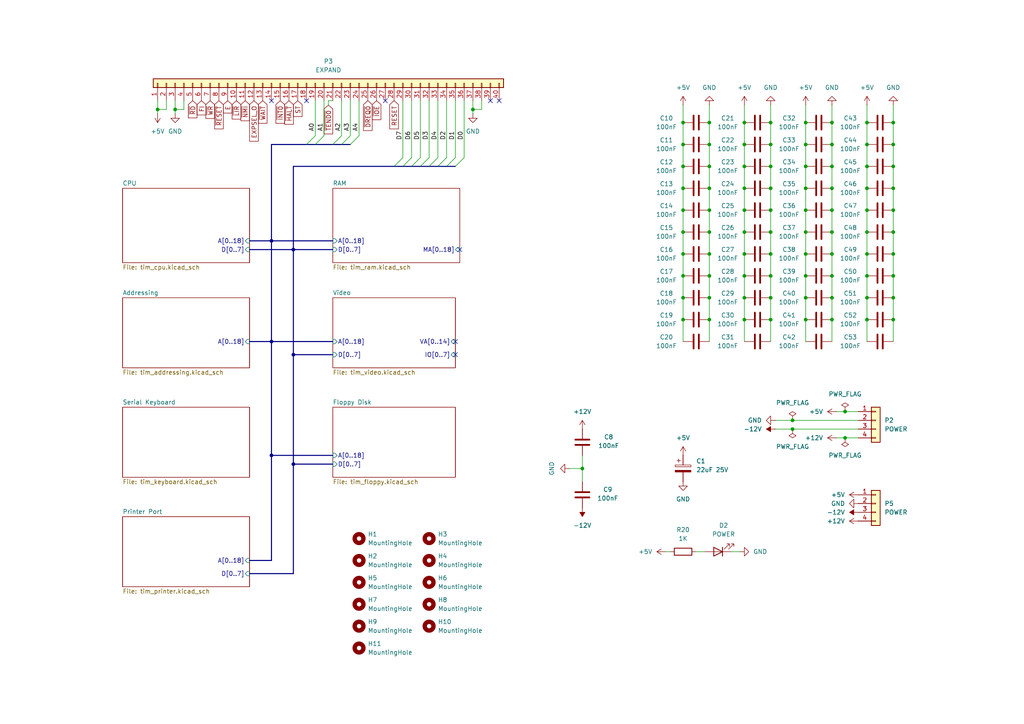
<source format=kicad_sch>
(kicad_sch (version 20231120) (generator "eeschema") (generator_version "8.0")
  (paper "A4")
  (lib_symbols
    (symbol "Connector_Generic:Conn_01x04" (pin_names (offset 1.016) hide)
      (property "Reference" "J" (at 0 5.08 0))
      (property "Value" "Conn_01x04" (at 0 -7.62 0))
      (symbol "Conn_01x04_1_1"
        (pin passive line (at -5.08 2.54 0) (length 3.81) (name "Pin_1") (number "1"))
        (pin passive line (at -5.08 0 0) (length 3.81) (name "Pin_2") (number "2"))
        (pin passive line (at -5.08 -2.54 0) (length 3.81) (name "Pin_3") (number "3"))
        (pin passive line (at -5.08 -5.08 0) (length 3.81) (name "Pin_4") (number "4"))
      )
    )
    (symbol "Connector_Generic:Conn_01x40" (pin_names (offset 1.016) hide)
      (property "Reference" "J" (at 0 50.8 0))
      (property "Value" "Conn_01x40" (at 0 -53.34 0))
      (symbol "Conn_01x40_1_1"
        (pin passive line (at -5.08 48.26 0) (length 3.81) (name "Pin_1") (number "1"))
        (pin passive line (at -5.08 25.4 0) (length 3.81) (name "Pin_10") (number "10"))
        (pin passive line (at -5.08 22.86 0) (length 3.81) (name "Pin_11") (number "11"))
        (pin passive line (at -5.08 20.32 0) (length 3.81) (name "Pin_12") (number "12"))
        (pin passive line (at -5.08 17.78 0) (length 3.81) (name "Pin_13") (number "13"))
        (pin passive line (at -5.08 15.24 0) (length 3.81) (name "Pin_14") (number "14"))
        (pin passive line (at -5.08 12.7 0) (length 3.81) (name "Pin_15") (number "15"))
        (pin passive line (at -5.08 10.16 0) (length 3.81) (name "Pin_16") (number "16"))
        (pin passive line (at -5.08 7.62 0) (length 3.81) (name "Pin_17") (number "17"))
        (pin passive line (at -5.08 5.08 0) (length 3.81) (name "Pin_18") (number "18"))
        (pin passive line (at -5.08 2.54 0) (length 3.81) (name "Pin_19") (number "19"))
        (pin passive line (at -5.08 45.72 0) (length 3.81) (name "Pin_2") (number "2"))
        (pin passive line (at -5.08 0 0) (length 3.81) (name "Pin_20") (number "20"))
        (pin passive line (at -5.08 -2.54 0) (length 3.81) (name "Pin_21") (number "21"))
        (pin passive line (at -5.08 -5.08 0) (length 3.81) (name "Pin_22") (number "22"))
        (pin passive line (at -5.08 -7.62 0) (length 3.81) (name "Pin_23") (number "23"))
        (pin passive line (at -5.08 -10.16 0) (length 3.81) (name "Pin_24") (number "24"))
        (pin passive line (at -5.08 -12.7 0) (length 3.81) (name "Pin_25") (number "25"))
        (pin passive line (at -5.08 -15.24 0) (length 3.81) (name "Pin_26") (number "26"))
        (pin passive line (at -5.08 -17.78 0) (length 3.81) (name "Pin_27") (number "27"))
        (pin passive line (at -5.08 -20.32 0) (length 3.81) (name "Pin_28") (number "28"))
        (pin passive line (at -5.08 -22.86 0) (length 3.81) (name "Pin_29") (number "29"))
        (pin passive line (at -5.08 43.18 0) (length 3.81) (name "Pin_3") (number "3"))
        (pin passive line (at -5.08 -25.4 0) (length 3.81) (name "Pin_30") (number "30"))
        (pin passive line (at -5.08 -27.94 0) (length 3.81) (name "Pin_31") (number "31"))
        (pin passive line (at -5.08 -30.48 0) (length 3.81) (name "Pin_32") (number "32"))
        (pin passive line (at -5.08 -33.02 0) (length 3.81) (name "Pin_33") (number "33"))
        (pin passive line (at -5.08 -35.56 0) (length 3.81) (name "Pin_34") (number "34"))
        (pin passive line (at -5.08 -38.1 0) (length 3.81) (name "Pin_35") (number "35"))
        (pin passive line (at -5.08 -40.64 0) (length 3.81) (name "Pin_36") (number "36"))
        (pin passive line (at -5.08 -43.18 0) (length 3.81) (name "Pin_37") (number "37"))
        (pin passive line (at -5.08 -45.72 0) (length 3.81) (name "Pin_38") (number "38"))
        (pin passive line (at -5.08 -48.26 0) (length 3.81) (name "Pin_39") (number "39"))
        (pin passive line (at -5.08 40.64 0) (length 3.81) (name "Pin_4") (number "4"))
        (pin passive line (at -5.08 -50.8 0) (length 3.81) (name "Pin_40") (number "40"))
        (pin passive line (at -5.08 38.1 0) (length 3.81) (name "Pin_5") (number "5"))
        (pin passive line (at -5.08 35.56 0) (length 3.81) (name "Pin_6") (number "6"))
        (pin passive line (at -5.08 33.02 0) (length 3.81) (name "Pin_7") (number "7"))
        (pin passive line (at -5.08 30.48 0) (length 3.81) (name "Pin_8") (number "8"))
        (pin passive line (at -5.08 27.94 0) (length 3.81) (name "Pin_9") (number "9"))
      )
    )
    (symbol "Device:C" (pin_numbers hide) (pin_names (offset 0.254))
      (property "Reference" "C" (at 0.635 2.54 0))
      (property "Value" "C" (at 0.635 -2.54 0))
      (symbol "C_1_1"
        (pin passive line (at 0 3.81 270) (length 2.794) (name "~") (number "1"))
        (pin passive line (at 0 -3.81 90) (length 2.794) (name "~") (number "2"))
      )
    )
    (symbol "Device:C_Polarized" (pin_numbers hide) (pin_names (offset 0.254))
      (property "Reference" "C" (at 0.635 2.54 0))
      (property "Value" "C_Polarized" (at 0.635 -2.54 0))
      (symbol "C_Polarized_1_1"
        (pin passive line (at 0 3.81 270) (length 2.794) (name "~") (number "1"))
        (pin passive line (at 0 -3.81 90) (length 2.794) (name "~") (number "2"))
      )
    )
    (symbol "Device:LED" (pin_numbers hide) (pin_names (offset 1.016) hide)
      (property "Reference" "D" (at 0 2.54 0))
      (property "Value" "LED" (at 0 -2.54 0))
      (symbol "LED_1_1"
        (pin passive line (at -3.81 0 0) (length 2.54) (name "K") (number "1"))
        (pin passive line (at 3.81 0 180) (length 2.54) (name "A") (number "2"))
      )
    )
    (symbol "Device:R" (pin_numbers hide) (pin_names (offset 0))
      (property "Reference" "R" (at 2.032 0 90))
      (property "Value" "R" (at 0 0 90))
      (symbol "R_1_1"
        (pin passive line (at 0 3.81 270) (length 1.27) (name "~") (number "1"))
        (pin passive line (at 0 -3.81 90) (length 1.27) (name "~") (number "2"))
      )
    )
    (symbol "Mechanical:MountingHole" (pin_names (offset 1.016)) (exclude_from_sim yes) (in_bom no)
      (property "Reference" "H" (at 0 5.08 0))
      (property "Value" "MountingHole" (at 0 3.175 0))
    )
    (symbol "power:+12V" (power) (pin_numbers hide) (pin_names (offset 0) hide)
      (property "Value" "+12V" (at 0 3.556 0))
      (symbol "+12V_1_1"
        (pin power_in line (at 0 0 90) (length 0) (name "~") (number "1"))
      )
    )
    (symbol "power:+5V" (power) (pin_numbers hide) (pin_names (offset 0) hide)
      (property "Value" "+5V" (at 0 3.556 0))
      (symbol "+5V_1_1"
        (pin power_in line (at 0 0 90) (length 0) (name "~") (number "1"))
      )
    )
    (symbol "power:-12V" (power) (pin_numbers hide) (pin_names (offset 0) hide)
      (property "Value" "-12V" (at 0 3.556 0))
      (symbol "-12V_0_0"
        (pin power_in line (at 0 0 90) (length 0) (name "~") (number "1"))
      )
    )
    (symbol "power:GND" (power) (pin_numbers hide) (pin_names (offset 0) hide)
      (property "Value" "GND" (at 0 -3.81 0))
      (symbol "GND_1_1"
        (pin power_in line (at 0 0 270) (length 0) (name "~") (number "1"))
      )
    )
    (symbol "power:PWR_FLAG" (power) (pin_numbers hide) (pin_names (offset 0) hide)
      (property "Value" "PWR_FLAG" (at 0 3.81 0))
      (symbol "PWR_FLAG_0_0"
        (pin power_out line (at 0 0 90) (length 0) (name "~") (number "1"))
      )
    )
  )
  (junction (at 233.68 80.01))
  (junction (at 229.87 121.92))
  (junction (at 205.74 67.31))
  (junction (at 259.08 86.36))
  (junction (at 251.46 86.36))
  (junction (at 198.12 80.01))
  (junction (at 233.68 35.56))
  (junction (at 85.09 102.87))
  (junction (at 198.12 73.66))
  (junction (at 241.3 73.66))
  (junction (at 241.3 67.31))
  (junction (at 251.46 60.96))
  (junction (at 241.3 48.26))
  (junction (at 233.68 73.66))
  (junction (at 233.68 86.36))
  (junction (at 251.46 67.31))
  (junction (at 215.9 41.91))
  (junction (at 259.08 60.96))
  (junction (at 223.52 80.01))
  (junction (at 251.46 80.01))
  (junction (at 205.74 41.91))
  (junction (at 251.46 54.61))
  (junction (at 223.52 86.36))
  (junction (at 205.74 35.56))
  (junction (at 137.16 31.75))
  (junction (at 85.09 134.62))
  (junction (at 259.08 67.31))
  (junction (at 50.8 31.75))
  (junction (at 215.9 48.26))
  (junction (at 245.11 127))
  (junction (at 259.08 92.71))
  (junction (at 215.9 67.31))
  (junction (at 205.74 86.36))
  (junction (at 198.12 60.96))
  (junction (at 259.08 80.01))
  (junction (at 198.12 67.31))
  (junction (at 223.52 35.56))
  (junction (at 223.52 67.31))
  (junction (at 251.46 41.91))
  (junction (at 241.3 92.71))
  (junction (at 215.9 92.71))
  (junction (at 45.72 31.75))
  (junction (at 241.3 60.96))
  (junction (at 233.68 92.71))
  (junction (at 233.68 54.61))
  (junction (at 233.68 60.96))
  (junction (at 205.74 73.66))
  (junction (at 215.9 73.66))
  (junction (at 251.46 92.71))
  (junction (at 215.9 80.01))
  (junction (at 215.9 86.36))
  (junction (at 168.91 135.89))
  (junction (at 198.12 35.56))
  (junction (at 205.74 48.26))
  (junction (at 259.08 54.61))
  (junction (at 223.52 41.91))
  (junction (at 245.11 119.38))
  (junction (at 259.08 73.66))
  (junction (at 215.9 54.61))
  (junction (at 233.68 48.26))
  (junction (at 251.46 48.26))
  (junction (at 233.68 41.91))
  (junction (at 223.52 92.71))
  (junction (at 198.12 54.61))
  (junction (at 205.74 92.71))
  (junction (at 241.3 54.61))
  (junction (at 205.74 54.61))
  (junction (at 215.9 35.56))
  (junction (at 198.12 92.71))
  (junction (at 205.74 80.01))
  (junction (at 223.52 54.61))
  (junction (at 241.3 35.56))
  (junction (at 78.74 99.06))
  (junction (at 223.52 48.26))
  (junction (at 198.12 48.26))
  (junction (at 259.08 35.56))
  (junction (at 78.74 69.85))
  (junction (at 241.3 86.36))
  (junction (at 251.46 35.56))
  (junction (at 78.74 132.08))
  (junction (at 251.46 73.66))
  (junction (at 198.12 41.91))
  (junction (at 215.9 60.96))
  (junction (at 229.87 124.46))
  (junction (at 223.52 60.96))
  (junction (at 85.09 72.39))
  (junction (at 259.08 41.91))
  (junction (at 241.3 41.91))
  (junction (at 223.52 73.66))
  (junction (at 198.12 86.36))
  (junction (at 241.3 80.01))
  (junction (at 205.74 60.96))
  (junction (at 259.08 48.26))
  (junction (at 233.68 67.31))
  (no_connect (at 111.76 29.21))
  (no_connect (at 142.24 29.21))
  (no_connect (at 88.9 29.21))
  (no_connect (at 133.35 72.39))
  (no_connect (at 132.08 102.87))
  (no_connect (at 132.08 99.06))
  (no_connect (at 144.78 29.21))
  (no_connect (at 78.74 29.21))
  (bus_entry (at 88.9 41.91) (size 2.54 -2.54))
  (bus_entry (at 91.44 41.91) (size 2.54 -2.54))
  (bus_entry (at 121.92 48.26) (size 2.54 -2.54))
  (bus_entry (at 99.06 41.91) (size 2.54 -2.54))
  (bus_entry (at 129.54 48.26) (size 2.54 -2.54))
  (bus_entry (at 127 48.26) (size 2.54 -2.54))
  (bus_entry (at 101.6 41.91) (size 2.54 -2.54))
  (bus_entry (at 119.38 48.26) (size 2.54 -2.54))
  (bus_entry (at 114.3 48.26) (size 2.54 -2.54))
  (bus_entry (at 132.08 48.26) (size 2.54 -2.54))
  (bus_entry (at 124.46 48.26) (size 2.54 -2.54))
  (bus_entry (at 116.84 48.26) (size 2.54 -2.54))
  (bus_entry (at 96.52 41.91) (size 2.54 -2.54))
  (wire (pts (xy 233.68 80.01) (xy 233.68 86.36)))
  (wire (pts (xy 198.12 67.31) (xy 198.12 73.66)))
  (wire (pts (xy 205.74 92.71) (xy 205.74 99.06)))
  (bus (pts (xy 78.74 41.91) (xy 88.9 41.91)))
  (bus (pts (xy 129.54 48.26) (xy 132.08 48.26)))
  (wire (pts (xy 205.74 41.91) (xy 205.74 48.26)))
  (wire (pts (xy 229.87 124.46) (xy 248.92 124.46)))
  (wire (pts (xy 205.74 67.31) (xy 205.74 73.66)))
  (wire (pts (xy 251.46 30.48) (xy 251.46 35.56)))
  (wire (pts (xy 205.74 86.36) (xy 205.74 92.71)))
  (wire (pts (xy 245.11 127) (xy 248.92 127)))
  (wire (pts (xy 198.12 73.66) (xy 198.12 80.01)))
  (bus (pts (xy 119.38 48.26) (xy 121.92 48.26)))
  (wire (pts (xy 242.57 127) (xy 245.11 127)))
  (bus (pts (xy 96.52 41.91) (xy 99.06 41.91)))
  (wire (pts (xy 137.16 33.02) (xy 137.16 31.75)))
  (wire (pts (xy 251.46 92.71) (xy 251.46 99.06)))
  (bus (pts (xy 78.74 162.56) (xy 72.39 162.56)))
  (wire (pts (xy 259.08 92.71) (xy 259.08 99.06)))
  (wire (pts (xy 139.7 31.75) (xy 139.7 29.21)))
  (wire (pts (xy 198.12 80.01) (xy 198.12 86.36)))
  (wire (pts (xy 205.74 73.66) (xy 205.74 80.01)))
  (wire (pts (xy 137.16 31.75) (xy 137.16 29.21)))
  (bus (pts (xy 72.39 69.85) (xy 78.74 69.85)))
  (bus (pts (xy 96.52 132.08) (xy 78.74 132.08)))
  (wire (pts (xy 104.14 29.21) (xy 104.14 39.37)))
  (wire (pts (xy 214.63 160.02) (xy 212.09 160.02)))
  (wire (pts (xy 233.68 41.91) (xy 233.68 48.26)))
  (wire (pts (xy 198.12 35.56) (xy 198.12 41.91)))
  (wire (pts (xy 233.68 86.36) (xy 233.68 92.71)))
  (wire (pts (xy 215.9 30.48) (xy 215.9 35.56)))
  (wire (pts (xy 215.9 80.01) (xy 215.9 86.36)))
  (bus (pts (xy 91.44 41.91) (xy 96.52 41.91)))
  (wire (pts (xy 215.9 86.36) (xy 215.9 92.71)))
  (wire (pts (xy 215.9 67.31) (xy 215.9 73.66)))
  (wire (pts (xy 223.52 30.48) (xy 223.52 35.56)))
  (wire (pts (xy 224.79 124.46) (xy 229.87 124.46)))
  (wire (pts (xy 168.91 135.89) (xy 168.91 132.08)))
  (wire (pts (xy 251.46 48.26) (xy 251.46 54.61)))
  (wire (pts (xy 241.3 92.71) (xy 241.3 99.06)))
  (wire (pts (xy 215.9 35.56) (xy 215.9 41.91)))
  (wire (pts (xy 233.68 48.26) (xy 233.68 54.61)))
  (wire (pts (xy 251.46 67.31) (xy 251.46 73.66)))
  (wire (pts (xy 50.8 33.02) (xy 50.8 31.75)))
  (wire (pts (xy 198.12 60.96) (xy 198.12 67.31)))
  (wire (pts (xy 116.84 29.21) (xy 116.84 45.72)))
  (wire (pts (xy 251.46 41.91) (xy 251.46 48.26)))
  (bus (pts (xy 85.09 72.39) (xy 96.52 72.39)))
  (wire (pts (xy 251.46 73.66) (xy 251.46 80.01)))
  (wire (pts (xy 241.3 73.66) (xy 241.3 80.01)))
  (wire (pts (xy 259.08 30.48) (xy 259.08 35.56)))
  (wire (pts (xy 95.25 30.48) (xy 95.25 29.21)))
  (wire (pts (xy 93.98 29.21) (xy 93.98 39.37)))
  (wire (pts (xy 241.3 54.61) (xy 241.3 60.96)))
  (bus (pts (xy 85.09 72.39) (xy 85.09 102.87)))
  (wire (pts (xy 198.12 48.26) (xy 198.12 54.61)))
  (wire (pts (xy 205.74 48.26) (xy 205.74 54.61)))
  (wire (pts (xy 205.74 80.01) (xy 205.74 86.36)))
  (bus (pts (xy 88.9 41.91) (xy 91.44 41.91)))
  (wire (pts (xy 193.04 160.02) (xy 194.31 160.02)))
  (wire (pts (xy 134.62 29.21) (xy 134.62 45.72)))
  (wire (pts (xy 233.68 60.96) (xy 233.68 67.31)))
  (wire (pts (xy 198.12 86.36) (xy 198.12 92.71)))
  (wire (pts (xy 241.3 48.26) (xy 241.3 54.61)))
  (wire (pts (xy 233.68 73.66) (xy 233.68 80.01)))
  (wire (pts (xy 233.68 67.31) (xy 233.68 73.66)))
  (wire (pts (xy 101.6 29.21) (xy 101.6 39.37)))
  (wire (pts (xy 229.87 121.92) (xy 248.92 121.92)))
  (wire (pts (xy 241.3 30.48) (xy 241.3 35.56)))
  (wire (pts (xy 223.52 80.01) (xy 223.52 86.36)))
  (wire (pts (xy 119.38 29.21) (xy 119.38 45.72)))
  (wire (pts (xy 48.26 31.75) (xy 48.26 29.21)))
  (bus (pts (xy 78.74 99.06) (xy 72.39 99.06)))
  (wire (pts (xy 259.08 86.36) (xy 259.08 92.71)))
  (wire (pts (xy 241.3 67.31) (xy 241.3 73.66)))
  (wire (pts (xy 251.46 54.61) (xy 251.46 60.96)))
  (wire (pts (xy 241.3 35.56) (xy 241.3 41.91)))
  (wire (pts (xy 223.52 73.66) (xy 223.52 80.01)))
  (bus (pts (xy 124.46 48.26) (xy 127 48.26)))
  (wire (pts (xy 95.25 29.21) (xy 96.52 29.21)))
  (wire (pts (xy 205.74 60.96) (xy 205.74 67.31)))
  (bus (pts (xy 85.09 102.87) (xy 96.52 102.87)))
  (wire (pts (xy 129.54 29.21) (xy 129.54 45.72)))
  (wire (pts (xy 245.11 119.38) (xy 248.92 119.38)))
  (wire (pts (xy 205.74 35.56) (xy 205.74 41.91)))
  (wire (pts (xy 241.3 86.36) (xy 241.3 92.71)))
  (bus (pts (xy 85.09 134.62) (xy 85.09 166.37)))
  (wire (pts (xy 45.72 31.75) (xy 48.26 31.75)))
  (bus (pts (xy 85.09 48.26) (xy 114.3 48.26)))
  (wire (pts (xy 137.16 31.75) (xy 139.7 31.75)))
  (wire (pts (xy 45.72 33.02) (xy 45.72 31.75)))
  (wire (pts (xy 223.52 54.61) (xy 223.52 60.96)))
  (wire (pts (xy 198.12 92.71) (xy 198.12 99.06)))
  (wire (pts (xy 198.12 30.48) (xy 198.12 35.56)))
  (wire (pts (xy 198.12 41.91) (xy 198.12 48.26)))
  (wire (pts (xy 132.08 29.21) (xy 132.08 45.72)))
  (wire (pts (xy 50.8 31.75) (xy 53.34 31.75)))
  (wire (pts (xy 241.3 41.91) (xy 241.3 48.26)))
  (wire (pts (xy 233.68 35.56) (xy 233.68 41.91)))
  (wire (pts (xy 223.52 35.56) (xy 223.52 41.91)))
  (wire (pts (xy 127 29.21) (xy 127 45.72)))
  (wire (pts (xy 251.46 80.01) (xy 251.46 86.36)))
  (wire (pts (xy 259.08 60.96) (xy 259.08 67.31)))
  (wire (pts (xy 165.1 135.89) (xy 168.91 135.89)))
  (bus (pts (xy 85.09 72.39) (xy 85.09 48.26)))
  (wire (pts (xy 233.68 92.71) (xy 233.68 99.06)))
  (wire (pts (xy 259.08 48.26) (xy 259.08 54.61)))
  (bus (pts (xy 78.74 69.85) (xy 96.52 69.85)))
  (wire (pts (xy 50.8 31.75) (xy 50.8 29.21)))
  (bus (pts (xy 114.3 48.26) (xy 116.84 48.26)))
  (wire (pts (xy 198.12 54.61) (xy 198.12 60.96)))
  (wire (pts (xy 205.74 54.61) (xy 205.74 60.96)))
  (bus (pts (xy 85.09 166.37) (xy 72.39 166.37)))
  (bus (pts (xy 121.92 48.26) (xy 124.46 48.26)))
  (wire (pts (xy 91.44 29.21) (xy 91.44 39.37)))
  (wire (pts (xy 215.9 41.91) (xy 215.9 48.26)))
  (bus (pts (xy 99.06 41.91) (xy 101.6 41.91)))
  (bus (pts (xy 78.74 69.85) (xy 78.74 41.91)))
  (wire (pts (xy 204.47 160.02) (xy 201.93 160.02)))
  (wire (pts (xy 259.08 80.01) (xy 259.08 86.36)))
  (bus (pts (xy 116.84 48.26) (xy 119.38 48.26)))
  (wire (pts (xy 223.52 92.71) (xy 223.52 99.06)))
  (wire (pts (xy 215.9 73.66) (xy 215.9 80.01)))
  (wire (pts (xy 259.08 73.66) (xy 259.08 80.01)))
  (wire (pts (xy 99.06 29.21) (xy 99.06 39.37)))
  (wire (pts (xy 205.74 30.48) (xy 205.74 35.56)))
  (wire (pts (xy 251.46 35.56) (xy 251.46 41.91)))
  (wire (pts (xy 45.72 31.75) (xy 45.72 29.21)))
  (wire (pts (xy 53.34 31.75) (xy 53.34 29.21)))
  (bus (pts (xy 72.39 72.39) (xy 85.09 72.39)))
  (bus (pts (xy 78.74 132.08) (xy 78.74 162.56)))
  (wire (pts (xy 259.08 54.61) (xy 259.08 60.96)))
  (wire (pts (xy 223.52 60.96) (xy 223.52 67.31)))
  (bus (pts (xy 127 48.26) (xy 129.54 48.26)))
  (bus (pts (xy 96.52 99.06) (xy 78.74 99.06)))
  (wire (pts (xy 259.08 41.91) (xy 259.08 48.26)))
  (wire (pts (xy 233.68 30.48) (xy 233.68 35.56)))
  (bus (pts (xy 78.74 69.85) (xy 78.74 99.06)))
  (wire (pts (xy 223.52 67.31) (xy 223.52 73.66)))
  (bus (pts (xy 85.09 134.62) (xy 96.52 134.62)))
  (wire (pts (xy 124.46 29.21) (xy 124.46 45.72)))
  (bus (pts (xy 85.09 102.87) (xy 85.09 134.62)))
  (wire (pts (xy 251.46 60.96) (xy 251.46 67.31)))
  (wire (pts (xy 215.9 60.96) (xy 215.9 67.31)))
  (bus (pts (xy 78.74 132.08) (xy 78.74 99.06)))
  (wire (pts (xy 259.08 67.31) (xy 259.08 73.66)))
  (wire (pts (xy 242.57 119.38) (xy 245.11 119.38)))
  (wire (pts (xy 215.9 48.26) (xy 215.9 54.61)))
  (wire (pts (xy 215.9 92.71) (xy 215.9 99.06)))
  (wire (pts (xy 259.08 35.56) (xy 259.08 41.91)))
  (wire (pts (xy 223.52 48.26) (xy 223.52 54.61)))
  (wire (pts (xy 241.3 80.01) (xy 241.3 86.36)))
  (wire (pts (xy 251.46 86.36) (xy 251.46 92.71)))
  (wire (pts (xy 241.3 60.96) (xy 241.3 67.31)))
  (wire (pts (xy 224.79 121.92) (xy 229.87 121.92)))
  (wire (pts (xy 215.9 54.61) (xy 215.9 60.96)))
  (wire (pts (xy 223.52 86.36) (xy 223.52 92.71)))
  (wire (pts (xy 233.68 54.61) (xy 233.68 60.96)))
  (wire (pts (xy 168.91 135.89) (xy 168.91 139.7)))
  (wire (pts (xy 121.92 29.21) (xy 121.92 45.72)))
  (wire (pts (xy 223.52 41.91) (xy 223.52 48.26)))
  (label "D2" (at 129.54 40.64 90))
  (label "D0" (at 134.62 40.64 90))
  (label "A0" (at 91.44 38.1 90))
  (label "D6" (at 119.38 40.64 90))
  (label "D4" (at 127 40.64 90))
  (label "D1" (at 132.08 40.64 90))
  (label "D7" (at 116.84 40.64 90))
  (label "D5" (at 121.92 40.64 90))
  (label "A1" (at 93.98 38.1 90))
  (label "A2" (at 99.06 38.1 90))
  (label "D3" (at 124.46 40.64 90))
  (label "A3" (at 101.6 38.1 90))
  (label "A4" (at 104.14 38.1 90))
  (global_label "RESET" (shape input) (at 114.3 29.21 270) (property "Intersheetrefs" "${INTERSHEET_REFS}" (effects (hide yes))))
  (global_label "~{WR}" (shape input) (at 60.96 29.21 270) (property "Intersheetrefs" "${INTERSHEET_REFS}" (effects (hide yes))))
  (global_label "~{IOE}" (shape input) (at 109.22 29.21 270) (property "Intersheetrefs" "${INTERSHEET_REFS}" (effects (hide yes))))
  (global_label "~{DREQ0}" (shape input) (at 106.68 29.21 270) (property "Intersheetrefs" "${INTERSHEET_REFS}" (effects (hide yes))))
  (global_label "ST" (shape input) (at 86.36 29.21 270) (property "Intersheetrefs" "${INTERSHEET_REFS}" (effects (hide yes))))
  (global_label "FI" (shape input) (at 58.42 29.21 270) (property "Intersheetrefs" "${INTERSHEET_REFS}" (effects (hide yes))))
  (global_label "EXPSEL_O" (shape input) (at 73.66 29.21 270) (property "Intersheetrefs" "${INTERSHEET_REFS}" (effects (hide yes))))
  (global_label "~{WAIT}" (shape input) (at 76.2 29.21 270) (property "Intersheetrefs" "${INTERSHEET_REFS}" (effects (hide yes))))
  (global_label "~{INT0}" (shape input) (at 81.28 29.21 270) (property "Intersheetrefs" "${INTERSHEET_REFS}" (effects (hide yes))))
  (global_label "~{TEND0}" (shape input) (at 95.25 30.48 270) (property "Intersheetrefs" "${INTERSHEET_REFS}" (effects (hide yes))))
  (global_label "~{LIR}" (shape input) (at 68.58 29.21 270) (property "Intersheetrefs" "${INTERSHEET_REFS}" (effects (hide yes))))
  (global_label "~{NMI}" (shape input) (at 71.12 29.21 270) (property "Intersheetrefs" "${INTERSHEET_REFS}" (effects (hide yes))))
  (global_label "~{RD}" (shape input) (at 55.88 29.21 270) (property "Intersheetrefs" "${INTERSHEET_REFS}" (effects (hide yes))))
  (global_label "~{RESET}" (shape input) (at 63.5 29.21 270) (property "Intersheetrefs" "${INTERSHEET_REFS}" (effects (hide yes))))
  (global_label "E" (shape input) (at 66.04 29.21 270) (property "Intersheetrefs" "${INTERSHEET_REFS}" (effects (hide yes))))
  (global_label "~{HALT}" (shape input) (at 83.82 29.21 270) (property "Intersheetrefs" "${INTERSHEET_REFS}" (effects (hide yes))))
  (symbol (lib_id "power:+5V") (at 198.12 132.08 0) (unit 1)
    (property "Reference" "#PWR0168" (effects (hide yes)))
    (property "Value" "+5V" (at 198.12 127 0))
    (property "Description" "Power symbol creates a global label with name \"+5V\"" (effects (hide yes)))
  )
  (symbol (lib_id "power:GND") (at 165.1 135.89 270) (unit 1)
    (property "Reference" "#PWR0171" (effects (hide yes)))
    (property "Value" "GND" (at 160.02 135.89 0))
    (property "Description" "Power symbol creates a global label with name \"GND\" , ground" (effects (hide yes)))
  )
  (symbol (lib_id "Device:C") (at 255.27 48.26 90) (unit 1)
    (property "Reference" "C45" (at 246.634 46.99 90))
    (property "Value" "100nF" (at 246.634 49.53 90))
    (property "Footprint" "011TIM:Ceramic Capacitor 7.50mm Alt" (effects (hide yes)))
    (property "Description" "Unpolarized capacitor" (effects (hide yes)))
  )
  (symbol (lib_id "Device:C") (at 237.49 80.01 90) (unit 1)
    (property "Reference" "C39" (at 228.854 78.74 90))
    (property "Value" "100nF" (at 228.854 81.28 90))
    (property "Footprint" "011TIM:Ceramic Capacitor 7.50mm" (effects (hide yes)))
    (property "Description" "Unpolarized capacitor" (effects (hide yes)))
  )
  (symbol (lib_id "power:-12V") (at 168.91 147.32 180) (unit 1)
    (property "Reference" "#PWR0172" (effects (hide yes)))
    (property "Value" "-12V" (at 168.91 152.4 0))
    (property "Description" "Power symbol creates a global label with name \"-12V\"" (effects (hide yes)))
  )
  (symbol (lib_id "Device:C") (at 237.49 60.96 90) (unit 1)
    (property "Reference" "C36" (at 228.854 59.69 90))
    (property "Value" "100nF" (at 228.854 62.23 90))
    (property "Footprint" "011TIM:Ceramic Capacitor 7.50mm Alt" (effects (hide yes)))
    (property "Description" "Unpolarized capacitor" (effects (hide yes)))
  )
  (symbol (lib_id "power:+5V") (at 248.92 143.51 90) (unit 1)
    (property "Reference" "#PWR0180" (effects (hide yes)))
    (property "Value" "+5V" (at 245.11 143.5099 90) (effects (justify left)))
    (property "Description" "Power symbol creates a global label with name \"+5V\"" (effects (hide yes)))
  )
  (symbol (lib_id "power:GND") (at 50.8 33.02 0) (unit 1)
    (property "Reference" "#PWR042" (effects (hide yes)))
    (property "Value" "GND" (at 50.8 38.1 0))
    (property "Description" "Power symbol creates a global label with name \"GND\" , ground" (effects (hide yes)))
  )
  (symbol (lib_id "power:+5V") (at 45.72 33.02 180) (unit 1)
    (property "Reference" "#PWR043" (effects (hide yes)))
    (property "Value" "+5V" (at 45.72 38.1 0))
    (property "Description" "Power symbol creates a global label with name \"+5V\"" (effects (hide yes)))
  )
  (symbol (lib_id "Device:C") (at 219.71 67.31 90) (unit 1)
    (property "Reference" "C26" (at 211.074 66.04 90))
    (property "Value" "100nF" (at 211.074 68.58 90))
    (property "Footprint" "011TIM:Ceramic Capacitor 7.50mm" (effects (hide yes)))
    (property "Description" "Unpolarized capacitor" (effects (hide yes)))
  )
  (symbol (lib_id "power:GND") (at 241.3 30.48 180) (unit 1)
    (property "Reference" "#PWR0165" (effects (hide yes)))
    (property "Value" "GND" (at 241.3 25.4 0))
    (property "Description" "Power symbol creates a global label with name \"GND\" , ground" (effects (hide yes)))
  )
  (symbol (lib_id "Device:C") (at 237.49 73.66 90) (unit 1)
    (property "Reference" "C38" (at 228.854 72.39 90))
    (property "Value" "100nF" (at 228.854 74.93 90))
    (property "Footprint" "011TIM:Ceramic Capacitor 7.50mm" (effects (hide yes)))
    (property "Description" "Unpolarized capacitor" (effects (hide yes)))
  )
  (symbol (lib_id "power:GND") (at 198.12 139.7 0) (unit 1)
    (property "Reference" "#PWR0169" (effects (hide yes)))
    (property "Value" "GND" (at 198.12 144.78 0))
    (property "Description" "Power symbol creates a global label with name \"GND\" , ground" (effects (hide yes)))
  )
  (symbol (lib_id "Device:C") (at 168.91 143.51 0) (unit 1)
    (property "Reference" "C9" (at 176.276 141.986 0))
    (property "Value" "100nF" (at 176.276 144.526 0))
    (property "Footprint" "011TIM:Ceramic Capacitor 7.50mm" (effects (hide yes)))
    (property "Description" "Unpolarized capacitor" (effects (hide yes)))
  )
  (symbol (lib_id "Device:C") (at 219.71 99.06 90) (unit 1)
    (property "Reference" "C31" (at 211.074 97.79 90))
    (property "Value" "100nF" (at 211.074 100.33 90))
    (property "Footprint" "011TIM:Ceramic Capacitor 7.50mm" (effects (hide yes)))
    (property "Description" "Unpolarized capacitor" (effects (hide yes)))
  )
  (symbol (lib_id "Device:C") (at 201.93 67.31 90) (unit 1)
    (property "Reference" "C15" (at 193.294 66.04 90))
    (property "Value" "100nF" (at 193.294 68.58 90))
    (property "Footprint" "011TIM:Ceramic Capacitor 7.50mm" (effects (hide yes)))
    (property "Description" "Unpolarized capacitor" (effects (hide yes)))
  )
  (symbol (lib_id "Device:C") (at 237.49 86.36 90) (unit 1)
    (property "Reference" "C40" (at 228.854 85.09 90))
    (property "Value" "100nF" (at 228.854 87.63 90))
    (property "Footprint" "011TIM:Ceramic Capacitor 7.50mm" (effects (hide yes)))
    (property "Description" "Unpolarized capacitor" (effects (hide yes)))
  )
  (symbol (lib_id "Connector_Generic:Conn_01x04") (at 254 146.05 0) (unit 1)
    (property "Reference" "P5" (at 256.54 146.0499 0) (effects (justify left)))
    (property "Value" "POWER" (at 256.54 148.5899 0) (effects (justify left)))
    (property "Footprint" "011TIM:3.96mm Header 4-Pin Edge" (effects (hide yes)))
    (property "Description" "Generic connector, single row, 01x04, script generated (kicad-library-utils/schlib/autogen/connector/)" (effects (hide yes)))
  )
  (symbol (lib_id "Mechanical:MountingHole") (at 104.14 156.21 0) (unit 1) (exclude_from_sim yes) (in_bom no)
    (property "Reference" "H1" (at 106.68 154.9399 0) (effects (justify left)))
    (property "Value" "MountingHole" (at 106.68 157.4799 0) (effects (justify left)))
    (property "Footprint" "011TIM:MountingHole_M2.5" (effects (hide yes)))
    (property "Description" "Mounting Hole without connection" (effects (hide yes)))
  )
  (symbol (lib_id "Device:C") (at 201.93 54.61 90) (unit 1)
    (property "Reference" "C13" (at 193.294 53.34 90))
    (property "Value" "100nF" (at 193.294 55.88 90))
    (property "Footprint" "011TIM:Ceramic Capacitor 7.50mm" (effects (hide yes)))
    (property "Description" "Unpolarized capacitor" (effects (hide yes)))
  )
  (symbol (lib_id "power:PWR_FLAG") (at 245.11 127 180) (unit 1)
    (property "Reference" "#FLG04" (effects (hide yes)))
    (property "Value" "PWR_FLAG" (at 245.11 132.08 0))
    (property "Description" "Special symbol for telling ERC where power comes from" (effects (hide yes)))
  )
  (symbol (lib_id "Connector_Generic:Conn_01x04") (at 254 121.92 0) (unit 1)
    (property "Reference" "P2" (at 256.54 121.9199 0) (effects (justify left)))
    (property "Value" "POWER" (at 256.54 124.4599 0) (effects (justify left)))
    (property "Footprint" "011TIM:P2" (effects (hide yes)))
    (property "Description" "Generic connector, single row, 01x04, script generated (kicad-library-utils/schlib/autogen/connector/)" (effects (hide yes)))
  )
  (symbol (lib_id "Device:C") (at 237.49 92.71 90) (unit 1)
    (property "Reference" "C41" (at 228.854 91.44 90))
    (property "Value" "100nF" (at 228.854 93.98 90))
    (property "Footprint" "011TIM:Ceramic Capacitor 7.50mm" (effects (hide yes)))
    (property "Description" "Unpolarized capacitor" (effects (hide yes)))
  )
  (symbol (lib_id "Device:C") (at 219.71 60.96 90) (unit 1)
    (property "Reference" "C25" (at 211.074 59.69 90))
    (property "Value" "100nF" (at 211.074 62.23 90))
    (property "Footprint" "011TIM:Ceramic Capacitor 7.50mm" (effects (hide yes)))
    (property "Description" "Unpolarized capacitor" (effects (hide yes)))
  )
  (symbol (lib_id "Device:C") (at 219.71 48.26 90) (unit 1)
    (property "Reference" "C23" (at 211.074 46.99 90))
    (property "Value" "100nF" (at 211.074 49.53 90))
    (property "Footprint" "011TIM:Ceramic Capacitor 7.50mm" (effects (hide yes)))
    (property "Description" "Unpolarized capacitor" (effects (hide yes)))
  )
  (symbol (lib_id "Device:C") (at 255.27 99.06 90) (unit 1)
    (property "Reference" "C53" (at 246.634 97.79 90))
    (property "Value" "100nF" (at 246.634 100.33 90))
    (property "Footprint" "011TIM:Ceramic Capacitor 7.50mm" (effects (hide yes)))
    (property "Description" "Unpolarized capacitor" (effects (hide yes)))
  )
  (symbol (lib_id "power:+5V") (at 242.57 119.38 90) (unit 1)
    (property "Reference" "#PWR0174" (effects (hide yes)))
    (property "Value" "+5V" (at 238.76 119.3799 90) (effects (justify left)))
    (property "Description" "Power symbol creates a global label with name \"+5V\"" (effects (hide yes)))
  )
  (symbol (lib_id "Device:C") (at 255.27 60.96 90) (unit 1)
    (property "Reference" "C47" (at 246.634 59.69 90))
    (property "Value" "100nF" (at 246.634 62.23 90))
    (property "Footprint" "011TIM:Ceramic Capacitor 7.50mm Alt" (effects (hide yes)))
    (property "Description" "Unpolarized capacitor" (effects (hide yes)))
  )
  (symbol (lib_id "power:+12V") (at 168.91 124.46 0) (unit 1)
    (property "Reference" "#PWR0170" (effects (hide yes)))
    (property "Value" "+12V" (at 168.91 119.38 0))
    (property "Description" "Power symbol creates a global label with name \"+12V\"" (effects (hide yes)))
  )
  (symbol (lib_id "Mechanical:MountingHole") (at 104.14 181.61 0) (unit 1) (exclude_from_sim yes) (in_bom no)
    (property "Reference" "H9" (at 106.68 180.3399 0) (effects (justify left)))
    (property "Value" "MountingHole" (at 106.68 182.8799 0) (effects (justify left)))
    (property "Footprint" "011TIM:MountingHole_M2.5" (effects (hide yes)))
    (property "Description" "Mounting Hole without connection" (effects (hide yes)))
  )
  (symbol (lib_id "Device:C") (at 237.49 67.31 90) (unit 1)
    (property "Reference" "C37" (at 228.854 66.04 90))
    (property "Value" "100nF" (at 228.854 68.58 90))
    (property "Footprint" "011TIM:Ceramic Capacitor 7.50mm Alt" (effects (hide yes)))
    (property "Description" "Unpolarized capacitor" (effects (hide yes)))
  )
  (symbol (lib_id "Device:C") (at 201.93 48.26 90) (unit 1)
    (property "Reference" "C12" (at 193.294 46.99 90))
    (property "Value" "100nF" (at 193.294 49.53 90))
    (property "Footprint" "011TIM:Ceramic Capacitor 7.50mm" (effects (hide yes)))
    (property "Description" "Unpolarized capacitor" (effects (hide yes)))
  )
  (symbol (lib_id "power:+12V") (at 242.57 127 90) (unit 1)
    (property "Reference" "#PWR0175" (effects (hide yes)))
    (property "Value" "+12V" (at 238.76 126.9999 90) (effects (justify left)))
    (property "Description" "Power symbol creates a global label with name \"+12V\"" (effects (hide yes)))
  )
  (symbol (lib_id "power:+5V") (at 251.46 30.48 0) (unit 1)
    (property "Reference" "#PWR0166" (effects (hide yes)))
    (property "Value" "+5V" (at 251.46 25.4 0))
    (property "Description" "Power symbol creates a global label with name \"+5V\"" (effects (hide yes)))
  )
  (symbol (lib_id "Device:C") (at 219.71 41.91 90) (unit 1)
    (property "Reference" "C22" (at 211.074 40.64 90))
    (property "Value" "100nF" (at 211.074 43.18 90))
    (property "Footprint" "011TIM:Ceramic Capacitor 7.50mm" (effects (hide yes)))
    (property "Description" "Unpolarized capacitor" (effects (hide yes)))
  )
  (symbol (lib_id "Device:LED") (at 208.28 160.02 180) (unit 1)
    (property "Reference" "D2" (at 209.8675 152.4 0))
    (property "Value" "POWER" (at 209.8675 154.94 0))
    (property "Footprint" "LED_THT:LED_D3.0mm" (effects (hide yes)))
    (property "Description" "Light emitting diode" (effects (hide yes)))
  )
  (symbol (lib_id "power:-12V") (at 248.92 148.59 90) (unit 1)
    (property "Reference" "#PWR0179" (effects (hide yes)))
    (property "Value" "-12V" (at 245.11 148.5899 90) (effects (justify left)))
    (property "Description" "Power symbol creates a global label with name \"-12V\"" (effects (hide yes)))
  )
  (symbol (lib_id "Device:C") (at 168.91 128.27 0) (unit 1)
    (property "Reference" "C8" (at 176.53 126.746 0))
    (property "Value" "100nF" (at 176.53 129.286 0))
    (property "Footprint" "011TIM:Ceramic Capacitor 7.50mm" (effects (hide yes)))
    (property "Description" "Unpolarized capacitor" (effects (hide yes)))
  )
  (symbol (lib_id "Device:C") (at 219.71 86.36 90) (unit 1)
    (property "Reference" "C29" (at 211.074 85.09 90))
    (property "Value" "100nF" (at 211.074 87.63 90))
    (property "Footprint" "011TIM:Ceramic Capacitor 7.50mm" (effects (hide yes)))
    (property "Description" "Unpolarized capacitor" (effects (hide yes)))
  )
  (symbol (lib_id "Device:C") (at 255.27 41.91 90) (unit 1)
    (property "Reference" "C44" (at 246.634 40.64 90))
    (property "Value" "100nF" (at 246.634 43.18 90))
    (property "Footprint" "011TIM:Ceramic Capacitor 7.50mm" (effects (hide yes)))
    (property "Description" "Unpolarized capacitor" (effects (hide yes)))
  )
  (symbol (lib_id "Mechanical:MountingHole") (at 104.14 162.56 0) (unit 1) (exclude_from_sim yes) (in_bom no)
    (property "Reference" "H2" (at 106.68 161.2899 0) (effects (justify left)))
    (property "Value" "MountingHole" (at 106.68 163.8299 0) (effects (justify left)))
    (property "Footprint" "011TIM:MountingHole_M2.5" (effects (hide yes)))
    (property "Description" "Mounting Hole without connection" (effects (hide yes)))
  )
  (symbol (lib_id "Device:C") (at 201.93 41.91 90) (unit 1)
    (property "Reference" "C11" (at 193.294 40.64 90))
    (property "Value" "100nF" (at 193.294 43.18 90))
    (property "Footprint" "011TIM:Ceramic Capacitor 7.50mm" (effects (hide yes)))
    (property "Description" "Unpolarized capacitor" (effects (hide yes)))
  )
  (symbol (lib_id "Mechanical:MountingHole") (at 124.46 181.61 0) (unit 1) (exclude_from_sim yes) (in_bom no)
    (property "Reference" "H10" (at 127 180.3399 0) (effects (justify left)))
    (property "Value" "MountingHole" (at 127 182.8799 0) (effects (justify left)))
    (property "Footprint" "011TIM:MountingHole_M2.5" (effects (hide yes)))
    (property "Description" "Mounting Hole without connection" (effects (hide yes)))
  )
  (symbol (lib_id "power:GND") (at 248.92 146.05 270) (unit 1)
    (property "Reference" "#PWR0178" (effects (hide yes)))
    (property "Value" "GND" (at 245.11 146.0499 90) (effects (justify right)))
    (property "Description" "Power symbol creates a global label with name \"GND\" , ground" (effects (hide yes)))
  )
  (symbol (lib_id "power:GND") (at 259.08 30.48 180) (unit 1)
    (property "Reference" "#PWR0167" (effects (hide yes)))
    (property "Value" "GND" (at 259.08 25.4 0))
    (property "Description" "Power symbol creates a global label with name \"GND\" , ground" (effects (hide yes)))
  )
  (symbol (lib_id "Mechanical:MountingHole") (at 124.46 156.21 0) (unit 1) (exclude_from_sim yes) (in_bom no)
    (property "Reference" "H3" (at 127 154.9399 0) (effects (justify left)))
    (property "Value" "MountingHole" (at 127 157.4799 0) (effects (justify left)))
    (property "Footprint" "011TIM:MountingHole_M2.5" (effects (hide yes)))
    (property "Description" "Mounting Hole without connection" (effects (hide yes)))
  )
  (symbol (lib_id "Device:C") (at 219.71 54.61 90) (unit 1)
    (property "Reference" "C24" (at 211.074 53.34 90))
    (property "Value" "100nF" (at 211.074 55.88 90))
    (property "Footprint" "011TIM:Ceramic Capacitor 7.50mm" (effects (hide yes)))
    (property "Description" "Unpolarized capacitor" (effects (hide yes)))
  )
  (symbol (lib_id "Device:R") (at 198.12 160.02 90) (unit 1)
    (property "Reference" "R20" (at 198.12 153.67 90))
    (property "Value" "1K" (at 198.12 156.21 90))
    (property "Footprint" "011TIM:Resistor 12.7mm" (effects (hide yes)))
    (property "Description" "Resistor" (effects (hide yes)))
  )
  (symbol (lib_id "Device:C") (at 201.93 73.66 90) (unit 1)
    (property "Reference" "C16" (at 193.294 72.39 90))
    (property "Value" "100nF" (at 193.294 74.93 90))
    (property "Footprint" "011TIM:Ceramic Capacitor 7.50mm" (effects (hide yes)))
    (property "Description" "Unpolarized capacitor" (effects (hide yes)))
  )
  (symbol (lib_id "power:GND") (at 137.16 33.02 0) (unit 1)
    (property "Reference" "#PWR044" (effects (hide yes)))
    (property "Value" "GND" (at 137.16 38.1 0))
    (property "Description" "Power symbol creates a global label with name \"GND\" , ground" (effects (hide yes)))
  )
  (symbol (lib_id "power:PWR_FLAG") (at 245.11 119.38 0) (unit 1)
    (property "Reference" "#FLG01" (effects (hide yes)))
    (property "Value" "PWR_FLAG" (at 245.11 114.3 0))
    (property "Description" "Special symbol for telling ERC where power comes from" (effects (hide yes)))
  )
  (symbol (lib_id "Device:C") (at 237.49 48.26 90) (unit 1)
    (property "Reference" "C34" (at 228.854 46.99 90))
    (property "Value" "100nF" (at 228.854 49.53 90))
    (property "Footprint" "011TIM:Ceramic Capacitor 7.50mm" (effects (hide yes)))
    (property "Description" "Unpolarized capacitor" (effects (hide yes)))
  )
  (symbol (lib_id "power:PWR_FLAG") (at 229.87 121.92 0) (unit 1)
    (property "Reference" "#FLG02" (effects (hide yes)))
    (property "Value" "PWR_FLAG" (at 229.87 116.84 0))
    (property "Description" "Special symbol for telling ERC where power comes from" (effects (hide yes)))
  )
  (symbol (lib_id "Device:C") (at 255.27 73.66 90) (unit 1)
    (property "Reference" "C49" (at 246.634 72.39 90))
    (property "Value" "100nF" (at 246.634 74.93 90))
    (property "Footprint" "011TIM:Ceramic Capacitor 7.50mm" (effects (hide yes)))
    (property "Description" "Unpolarized capacitor" (effects (hide yes)))
  )
  (symbol (lib_id "Device:C") (at 255.27 67.31 90) (unit 1)
    (property "Reference" "C48" (at 246.634 66.04 90))
    (property "Value" "100nF" (at 246.634 68.58 90))
    (property "Footprint" "011TIM:Ceramic Capacitor 7.50mm" (effects (hide yes)))
    (property "Description" "Unpolarized capacitor" (effects (hide yes)))
  )
  (symbol (lib_id "Device:C") (at 237.49 35.56 90) (unit 1)
    (property "Reference" "C32" (at 228.854 34.29 90))
    (property "Value" "100nF" (at 228.854 36.83 90))
    (property "Footprint" "011TIM:Ceramic Capacitor 7.50mm" (effects (hide yes)))
    (property "Description" "Unpolarized capacitor" (effects (hide yes)))
  )
  (symbol (lib_id "Device:C") (at 255.27 35.56 90) (unit 1)
    (property "Reference" "C43" (at 246.634 34.29 90))
    (property "Value" "100nF" (at 246.634 36.83 90))
    (property "Footprint" "011TIM:Ceramic Capacitor 7.50mm" (effects (hide yes)))
    (property "Description" "Unpolarized capacitor" (effects (hide yes)))
  )
  (symbol (lib_id "Device:C") (at 201.93 35.56 90) (unit 1)
    (property "Reference" "C10" (at 193.294 34.29 90))
    (property "Value" "100nF" (at 193.294 36.83 90))
    (property "Footprint" "011TIM:Ceramic Capacitor 7.50mm" (effects (hide yes)))
    (property "Description" "Unpolarized capacitor" (effects (hide yes)))
  )
  (symbol (lib_id "Device:C") (at 219.71 73.66 90) (unit 1)
    (property "Reference" "C27" (at 211.074 72.39 90))
    (property "Value" "100nF" (at 211.074 74.93 90))
    (property "Footprint" "011TIM:Ceramic Capacitor 7.50mm" (effects (hide yes)))
    (property "Description" "Unpolarized capacitor" (effects (hide yes)))
  )
  (symbol (lib_id "power:PWR_FLAG") (at 229.87 124.46 180) (unit 1)
    (property "Reference" "#FLG03" (effects (hide yes)))
    (property "Value" "PWR_FLAG" (at 229.87 129.54 0))
    (property "Description" "Special symbol for telling ERC where power comes from" (effects (hide yes)))
  )
  (symbol (lib_id "Device:C_Polarized") (at 198.12 135.89 0) (unit 1)
    (property "Reference" "C1" (at 201.93 133.7309 0) (effects (justify left)))
    (property "Value" "22uF 25V" (at 201.93 136.2709 0) (effects (justify left)))
    (property "Footprint" "011TIM:Electrolytic Capacitor Axial or Radial" (effects (hide yes)))
    (property "Description" "Polarized capacitor" (effects (hide yes)))
  )
  (symbol (lib_id "Device:C") (at 201.93 86.36 90) (unit 1)
    (property "Reference" "C18" (at 193.294 85.09 90))
    (property "Value" "100nF" (at 193.294 87.63 90))
    (property "Footprint" "011TIM:Ceramic Capacitor 7.50mm" (effects (hide yes)))
    (property "Description" "Unpolarized capacitor" (effects (hide yes)))
  )
  (symbol (lib_id "Device:C") (at 219.71 92.71 90) (unit 1)
    (property "Reference" "C30" (at 211.074 91.44 90))
    (property "Value" "100nF" (at 211.074 93.98 90))
    (property "Footprint" "011TIM:Ceramic Capacitor 7.50mm" (effects (hide yes)))
    (property "Description" "Unpolarized capacitor" (effects (hide yes)))
  )
  (symbol (lib_id "power:+5V") (at 233.68 30.48 0) (unit 1)
    (property "Reference" "#PWR0164" (effects (hide yes)))
    (property "Value" "+5V" (at 233.68 25.4 0))
    (property "Description" "Power symbol creates a global label with name \"+5V\"" (effects (hide yes)))
  )
  (symbol (lib_id "Device:C") (at 255.27 54.61 90) (unit 1)
    (property "Reference" "C46" (at 246.634 53.34 90))
    (property "Value" "100nF" (at 246.634 55.88 90))
    (property "Footprint" "011TIM:Ceramic Capacitor 7.50mm Alt" (effects (hide yes)))
    (property "Description" "Unpolarized capacitor" (effects (hide yes)))
  )
  (symbol (lib_id "Device:C") (at 219.71 80.01 90) (unit 1)
    (property "Reference" "C28" (at 211.074 78.74 90))
    (property "Value" "100nF" (at 211.074 81.28 90))
    (property "Footprint" "011TIM:Ceramic Capacitor 7.50mm" (effects (hide yes)))
    (property "Description" "Unpolarized capacitor" (effects (hide yes)))
  )
  (symbol (lib_id "power:+5V") (at 193.04 160.02 90) (unit 1)
    (property "Reference" "#PWR0183" (effects (hide yes)))
    (property "Value" "+5V" (at 189.23 160.0199 90) (effects (justify left)))
    (property "Description" "Power symbol creates a global label with name \"+5V\"" (effects (hide yes)))
  )
  (symbol (lib_id "Connector_Generic:Conn_01x40") (at 93.98 24.13 90) (unit 1)
    (property "Reference" "P3" (at 95.25 17.78 90))
    (property "Value" "EXPAND" (at 95.25 20.32 90))
    (property "Footprint" "011TIM:PinHeader_2x20 2.54mm" (effects (hide yes)))
    (property "Description" "Generic connector, single row, 01x40, script generated (kicad-library-utils/schlib/autogen/connector/)" (effects (hide yes)))
  )
  (symbol (lib_id "power:+5V") (at 215.9 30.48 0) (unit 1)
    (property "Reference" "#PWR0162" (effects (hide yes)))
    (property "Value" "+5V" (at 215.9 25.4 0))
    (property "Description" "Power symbol creates a global label with name \"+5V\"" (effects (hide yes)))
  )
  (symbol (lib_id "power:GND") (at 223.52 30.48 180) (unit 1)
    (property "Reference" "#PWR0163" (effects (hide yes)))
    (property "Value" "GND" (at 223.52 25.4 0))
    (property "Description" "Power symbol creates a global label with name \"GND\" , ground" (effects (hide yes)))
  )
  (symbol (lib_id "Device:C") (at 237.49 99.06 90) (unit 1)
    (property "Reference" "C42" (at 228.854 97.79 90))
    (property "Value" "100nF" (at 228.854 100.33 90))
    (property "Footprint" "011TIM:Ceramic Capacitor 7.50mm" (effects (hide yes)))
    (property "Description" "Unpolarized capacitor" (effects (hide yes)))
  )
  (symbol (lib_id "Device:C") (at 255.27 92.71 90) (unit 1)
    (property "Reference" "C52" (at 246.634 91.44 90))
    (property "Value" "100nF" (at 246.634 93.98 90))
    (property "Footprint" "011TIM:Ceramic Capacitor 7.50mm" (effects (hide yes)))
    (property "Description" "Unpolarized capacitor" (effects (hide yes)))
  )
  (symbol (lib_id "power:GND") (at 224.79 121.92 270) (unit 1)
    (property "Reference" "#PWR0173" (effects (hide yes)))
    (property "Value" "GND" (at 220.98 121.9199 90) (effects (justify right)))
    (property "Description" "Power symbol creates a global label with name \"GND\" , ground" (effects (hide yes)))
  )
  (symbol (lib_id "Device:C") (at 219.71 35.56 90) (unit 1)
    (property "Reference" "C21" (at 211.074 34.29 90))
    (property "Value" "100nF" (at 211.074 36.83 90))
    (property "Footprint" "011TIM:Ceramic Capacitor 7.50mm" (effects (hide yes)))
    (property "Description" "Unpolarized capacitor" (effects (hide yes)))
  )
  (symbol (lib_id "Device:C") (at 201.93 60.96 90) (unit 1)
    (property "Reference" "C14" (at 193.294 59.69 90))
    (property "Value" "100nF" (at 193.294 62.23 90))
    (property "Footprint" "011TIM:Ceramic Capacitor 7.50mm" (effects (hide yes)))
    (property "Description" "Unpolarized capacitor" (effects (hide yes)))
  )
  (symbol (lib_id "Device:C") (at 201.93 80.01 90) (unit 1)
    (property "Reference" "C17" (at 193.294 78.74 90))
    (property "Value" "100nF" (at 193.294 81.28 90))
    (property "Footprint" "011TIM:Ceramic Capacitor 7.50mm" (effects (hide yes)))
    (property "Description" "Unpolarized capacitor" (effects (hide yes)))
  )
  (symbol (lib_id "Device:C") (at 201.93 92.71 90) (unit 1)
    (property "Reference" "C19" (at 193.294 91.44 90))
    (property "Value" "100nF" (at 193.294 93.98 90))
    (property "Footprint" "011TIM:Ceramic Capacitor 7.50mm" (effects (hide yes)))
    (property "Description" "Unpolarized capacitor" (effects (hide yes)))
  )
  (symbol (lib_id "power:-12V") (at 224.79 124.46 90) (unit 1)
    (property "Reference" "#PWR0176" (effects (hide yes)))
    (property "Value" "-12V" (at 220.98 124.4599 90) (effects (justify left)))
    (property "Description" "Power symbol creates a global label with name \"-12V\"" (effects (hide yes)))
  )
  (symbol (lib_id "power:+5V") (at 198.12 30.48 0) (unit 1)
    (property "Reference" "#PWR0160" (effects (hide yes)))
    (property "Value" "+5V" (at 198.12 25.4 0))
    (property "Description" "Power symbol creates a global label with name \"+5V\"" (effects (hide yes)))
  )
  (symbol (lib_id "Device:C") (at 255.27 80.01 90) (unit 1)
    (property "Reference" "C50" (at 246.634 78.74 90))
    (property "Value" "100nF" (at 246.634 81.28 90))
    (property "Footprint" "011TIM:Ceramic Capacitor 7.50mm" (effects (hide yes)))
    (property "Description" "Unpolarized capacitor" (effects (hide yes)))
  )
  (symbol (lib_id "Mechanical:MountingHole") (at 124.46 175.26 0) (unit 1) (exclude_from_sim yes) (in_bom no)
    (property "Reference" "H8" (at 127 173.9899 0) (effects (justify left)))
    (property "Value" "MountingHole" (at 127 176.5299 0) (effects (justify left)))
    (property "Footprint" "011TIM:MountingHole_M2.5" (effects (hide yes)))
    (property "Description" "Mounting Hole without connection" (effects (hide yes)))
  )
  (symbol (lib_id "power:GND") (at 205.74 30.48 180) (unit 1)
    (property "Reference" "#PWR0161" (effects (hide yes)))
    (property "Value" "GND" (at 205.74 25.4 0))
    (property "Description" "Power symbol creates a global label with name \"GND\" , ground" (effects (hide yes)))
  )
  (symbol (lib_id "Mechanical:MountingHole") (at 124.46 168.91 0) (unit 1) (exclude_from_sim yes) (in_bom no)
    (property "Reference" "H6" (at 127 167.6399 0) (effects (justify left)))
    (property "Value" "MountingHole" (at 127 170.1799 0) (effects (justify left)))
    (property "Footprint" "011TIM:MountingHole_M2.5" (effects (hide yes)))
    (property "Description" "Mounting Hole without connection" (effects (hide yes)))
  )
  (symbol (lib_id "Device:C") (at 201.93 99.06 90) (unit 1)
    (property "Reference" "C20" (at 193.294 97.79 90))
    (property "Value" "100nF" (at 193.294 100.33 90))
    (property "Footprint" "011TIM:Ceramic Capacitor 7.50mm" (effects (hide yes)))
    (property "Description" "Unpolarized capacitor" (effects (hide yes)))
  )
  (symbol (lib_id "Device:C") (at 255.27 86.36 90) (unit 1)
    (property "Reference" "C51" (at 246.634 85.09 90))
    (property "Value" "100nF" (at 246.634 87.63 90))
    (property "Footprint" "011TIM:Ceramic Capacitor 7.50mm" (effects (hide yes)))
    (property "Description" "Unpolarized capacitor" (effects (hide yes)))
  )
  (symbol (lib_id "Mechanical:MountingHole") (at 104.14 187.96 0) (unit 1) (exclude_from_sim yes) (in_bom no)
    (property "Reference" "H11" (at 106.68 186.6899 0) (effects (justify left)))
    (property "Value" "MountingHole" (at 106.68 189.2299 0) (effects (justify left)))
    (property "Footprint" "011TIM:MountingHole_M2.5" (effects (hide yes)))
    (property "Description" "Mounting Hole without connection" (effects (hide yes)))
  )
  (symbol (lib_id "Mechanical:MountingHole") (at 104.14 168.91 0) (unit 1) (exclude_from_sim yes) (in_bom no)
    (property "Reference" "H5" (at 106.68 167.6399 0) (effects (justify left)))
    (property "Value" "MountingHole" (at 106.68 170.1799 0) (effects (justify left)))
    (property "Footprint" "011TIM:MountingHole_M2.5" (effects (hide yes)))
    (property "Description" "Mounting Hole without connection" (effects (hide yes)))
  )
  (symbol (lib_id "Mechanical:MountingHole") (at 124.46 162.56 0) (unit 1) (exclude_from_sim yes) (in_bom no)
    (property "Reference" "H4" (at 127 161.2899 0) (effects (justify left)))
    (property "Value" "MountingHole" (at 127 163.8299 0) (effects (justify left)))
    (property "Footprint" "011TIM:MountingHole_M2.5" (effects (hide yes)))
    (property "Description" "Mounting Hole without connection" (effects (hide yes)))
  )
  (symbol (lib_id "Device:C") (at 237.49 41.91 90) (unit 1)
    (property "Reference" "C33" (at 228.854 40.64 90))
    (property "Value" "100nF" (at 228.854 43.18 90))
    (property "Footprint" "011TIM:Ceramic Capacitor 7.50mm" (effects (hide yes)))
    (property "Description" "Unpolarized capacitor" (effects (hide yes)))
  )
  (symbol (lib_id "power:GND") (at 214.63 160.02 90) (unit 1)
    (property "Reference" "#PWR0184" (effects (hide yes)))
    (property "Value" "GND" (at 218.44 160.0199 90) (effects (justify right)))
    (property "Description" "Power symbol creates a global label with name \"GND\" , ground" (effects (hide yes)))
  )
  (symbol (lib_id "Mechanical:MountingHole") (at 104.14 175.26 0) (unit 1) (exclude_from_sim yes) (in_bom no)
    (property "Reference" "H7" (at 106.68 173.9899 0) (effects (justify left)))
    (property "Value" "MountingHole" (at 106.68 176.5299 0) (effects (justify left)))
    (property "Footprint" "011TIM:MountingHole_M2.5" (effects (hide yes)))
    (property "Description" "Mounting Hole without connection" (effects (hide yes)))
  )
  (symbol (lib_id "power:+12V") (at 248.92 151.13 90) (unit 1)
    (property "Reference" "#PWR0181" (effects (hide yes)))
    (property "Value" "+12V" (at 245.11 151.1299 90) (effects (justify left)))
    (property "Description" "Power symbol creates a global label with name \"+12V\"" (effects (hide yes)))
  )
  (symbol (lib_id "Device:C") (at 237.49 54.61 90) (unit 1)
    (property "Reference" "C35" (at 228.854 53.34 90))
    (property "Value" "100nF" (at 228.854 55.88 90))
    (property "Footprint" "011TIM:Ceramic Capacitor 7.50mm" (effects (hide yes)))
    (property "Description" "Unpolarized capacitor" (effects (hide yes)))
  )
  (sheet (at 35.56 86.36) (size 36.83 20.32) (stroke (width 0.1524))
    (property "Sheetname" "Addressing" (at 35.56 85.6484 0) (effects (justify left bottom)))
    (property "Sheetfile" "tim_addressing.kicad_sch" (at 35.56 107.2646 0) (effects (justify left top)))
    (pin "A[0..18]" input (at 72.39 99.06 0))
  )
  (sheet (at 35.56 149.86) (size 36.83 20.32) (stroke (width 0.1524))
    (property "Sheetname" "Printer Port" (at 35.56 149.1484 0) (effects (justify left bottom)))
    (property "Sheetfile" "tim_printer.kicad_sch" (at 35.56 170.7646 0) (effects (justify left top)))
    (pin "A[0..18]" input (at 72.39 162.56 0))
    (pin "D[0..7]" input (at 72.39 166.37 0))
  )
  (sheet (at 96.52 118.11) (size 35.56 20.32) (stroke (width 0.1524))
    (property "Sheetname" "Floppy Disk" (at 96.52 117.3984 0) (effects (justify left bottom)))
    (property "Sheetfile" "tim_floppy.kicad_sch" (at 96.52 139.0146 0) (effects (justify left top)))
    (pin "A[0..18]" input (at 96.52 132.08 180))
    (pin "D[0..7]" input (at 96.52 134.62 180))
  )
  (sheet (at 35.56 54.61) (size 36.83 21.59) (stroke (width 0.1524))
    (property "Sheetname" "CPU" (at 35.56 53.8984 0) (effects (justify left bottom)))
    (property "Sheetfile" "tim_cpu.kicad_sch" (at 35.56 76.7846 0) (effects (justify left top)))
    (pin "A[0..18]" input (at 72.39 69.85 0))
    (pin "D[0..7]" input (at 72.39 72.39 0))
  )
  (sheet (at 35.56 118.11) (size 36.83 20.32) (stroke (width 0.1524))
    (property "Sheetname" "Serial Keyboard" (at 35.56 117.3984 0) (effects (justify left bottom)))
    (property "Sheetfile" "tim_keyboard.kicad_sch" (at 35.56 139.0146 0) (effects (justify left top)))
  )
  (sheet (at 96.52 54.61) (size 36.83 21.59) (stroke (width 0.1524))
    (property "Sheetname" "RAM" (at 96.52 53.8984 0) (effects (justify left bottom)))
    (property "Sheetfile" "tim_ram.kicad_sch" (at 96.52 76.7846 0) (effects (justify left top)))
    (pin "MA[0..18]" input (at 133.35 72.39 0))
    (pin "A[0..18]" input (at 96.52 69.85 180))
    (pin "D[0..7]" input (at 96.52 72.39 180))
  )
  (sheet (at 96.52 86.36) (size 35.56 20.32) (stroke (width 0.1524))
    (property "Sheetname" "Video" (at 96.52 85.6484 0) (effects (justify left bottom)))
    (property "Sheetfile" "tim_video.kicad_sch" (at 96.52 107.2646 0) (effects (justify left top)))
    (pin "IO[0..7]" input (at 132.08 102.87 0))
    (pin "A[0..18]" input (at 96.52 99.06 180))
    (pin "VA[0..14]" input (at 132.08 99.06 0))
    (pin "D[0..7]" input (at 96.52 102.87 180))
  )
)
</source>
